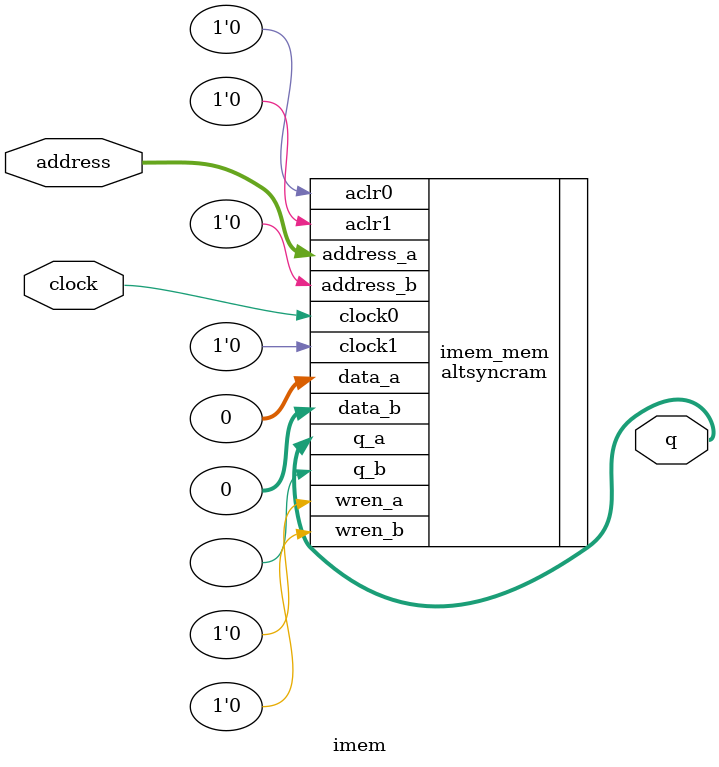
<source format=v>
module imem (
    input [11:0] address,
    input clock,
    output [31:0] q
);
    altsyncram #(
        .operation_mode("ROM"),
        .width_a(32),
        .widthad_a(12),
        .numwords_a(4096),
        .outdata_reg_a("UNREGISTERED"),
        .init_file("imem.mif")
    ) imem_mem (
        .clock0(clock),
        .address_a(address),
        .q_a(q),
        .wren_a(1'b0),
        .data_a(32'b0),
        .aclr0(1'b0),
        .aclr1(1'b0),
        .clock1(1'b0),
        .address_b(1'b0),
        .data_b(32'b0),
        .wren_b(1'b0),
        .q_b()
    );
endmodule
</source>
